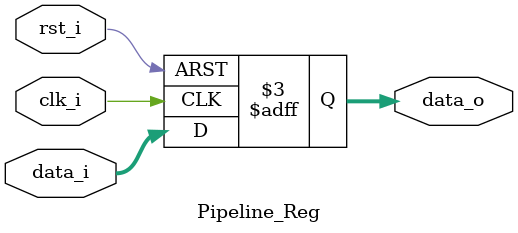
<source format=v>
module Pipeline_Reg( clk_i, rst_i, data_i, data_o);
//I/O ports
input clk_i, rst_i;
input [size-1:0] data_i;
output reg [size-1:0] data_o;  

//Internal signals/registers           
parameter size = 0;

//Writing data when postive edge clk_i
always @(negedge rst_i or posedge clk_i) begin
	if (~rst_i)
		data_o <= 0;
	else
		data_o <= data_i;
end

endmodule  





                    
                    
</source>
